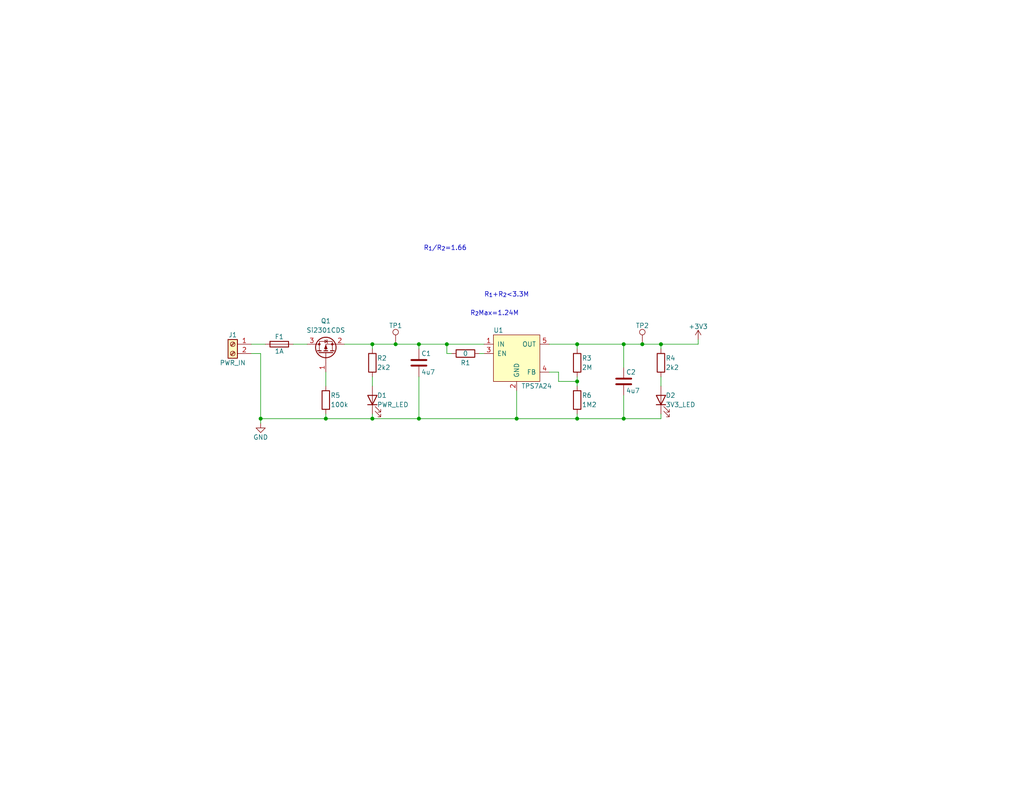
<source format=kicad_sch>
(kicad_sch (version 20211123) (generator eeschema)
  (paper "USLetter")
  (title_block (title "EFM32TG11-Core") (date "2022-02-18") (rev "A") (company "Project: EFM32TG11-Core") (comment 1 "Rev A: Initial Release"))
  (lib_symbols
    (symbol "Connector:Screw_Terminal_01x02" (pin_names (offset 1.016) hide)
      (property "Reference" "J" (at 0 2.54 0))
      (property "Value" "Screw_Terminal_01x02" (at 0 -5.08 0))
      (symbol "Screw_Terminal_01x02_1_1"
        (rectangle (start -1.27 1.27) (end 1.27 -3.81) (stroke (width 0.254)) (fill (type background)))
        (circle (center 0 -2.54) (radius 0.635) (stroke (width 0.1524)))
        (polyline (pts (xy -0.5334 -2.2098) (xy 0.3302 -3.048)) (stroke (width 0.1524)))
        (polyline (pts (xy -0.5334 0.3302) (xy 0.3302 -0.508)) (stroke (width 0.1524)))
        (polyline (pts (xy -0.3556 -2.032) (xy 0.508 -2.8702)) (stroke (width 0.1524)))
        (polyline (pts (xy -0.3556 0.508) (xy 0.508 -0.3302)) (stroke (width 0.1524)))
        (circle (center 0 0) (radius 0.635) (stroke (width 0.1524)))
        (pin passive line (at -5.08 0 0) (length 3.81) (name "Pin_1") (number "1"))
        (pin passive line (at -5.08 -2.54 0) (length 3.81) (name "Pin_2") (number "2"))
      )
    )
    (symbol "Connector:TestPoint" (pin_numbers hide) (pin_names (offset 0.762) hide)
      (property "Reference" "TP" (at 0 6.858 0))
      (property "Value" "TestPoint" (at 0 5.08 0))
      (symbol "TestPoint_0_1"
        (circle (center 0 3.302) (radius 0.762))
      )
      (symbol "TestPoint_1_1"
        (pin passive line (at 0 0 90) (length 2.54) (name "1") (number "1"))
      )
    )
    (symbol "Device:C" (pin_numbers hide) (pin_names (offset 0.254))
      (property "Reference" "C" (at 0.635 2.54 0))
      (property "Value" "C" (at 0.635 -2.54 0))
      (symbol "C_0_1"
        (polyline (pts (xy -2.032 -0.762) (xy 2.032 -0.762)) (stroke (width 0.508)))
        (polyline (pts (xy -2.032 0.762) (xy 2.032 0.762)) (stroke (width 0.508)))
      )
      (symbol "C_1_1"
        (pin passive line (at 0 3.81 270) (length 2.794) (name "~") (number "1"))
        (pin passive line (at 0 -3.81 90) (length 2.794) (name "~") (number "2"))
      )
    )
    (symbol "Device:Fuse" (pin_numbers hide) (pin_names (offset 0))
      (property "Reference" "F" (at 2.032 0 90))
      (property "Value" "Fuse" (at -1.905 0 90))
      (symbol "Fuse_0_1"
        (rectangle (start -0.762 -2.54) (end 0.762 2.54) (stroke (width 0.254)))
        (polyline (pts (xy 0 2.54) (xy 0 -2.54)))
      )
      (symbol "Fuse_1_1"
        (pin passive line (at 0 3.81 270) (length 1.27) (name "~") (number "1"))
        (pin passive line (at 0 -3.81 90) (length 1.27) (name "~") (number "2"))
      )
    )
    (symbol "Device:LED" (pin_numbers hide) (pin_names (offset 1.016) hide)
      (property "Reference" "D" (at 0 2.54 0))
      (property "Value" "LED" (at 0 -2.54 0))
      (symbol "LED_0_1"
        (polyline (pts (xy -1.27 -1.27) (xy -1.27 1.27)) (stroke (width 0.254)))
        (polyline (pts (xy -1.27 0) (xy 1.27 0)))
        (polyline (pts (xy 1.27 -1.27) (xy 1.27 1.27) (xy -1.27 0) (xy 1.27 -1.27)) (stroke (width 0.254)))
        (polyline (pts (xy -3.048 -0.762) (xy -4.572 -2.286) (xy -3.81 -2.286) (xy -4.572 -2.286) (xy -4.572 -1.524)))
        (polyline (pts (xy -1.778 -0.762) (xy -3.302 -2.286) (xy -2.54 -2.286) (xy -3.302 -2.286) (xy -3.302 -1.524)))
      )
      (symbol "LED_1_1"
        (pin passive line (at -3.81 0 0) (length 2.54) (name "K") (number "1"))
        (pin passive line (at 3.81 0 180) (length 2.54) (name "A") (number "2"))
      )
    )
    (symbol "Device:Q_PMOS_GSD" (pin_names (offset 0) hide)
      (property "Reference" "Q" (at 5.08 1.27 0))
      (property "Value" "Q_PMOS_GSD" (at 5.08 -1.27 0))
      (symbol "Q_PMOS_GSD_0_1"
        (polyline (pts (xy 0.254 0) (xy -2.54 0)))
        (polyline (pts (xy 0.254 1.905) (xy 0.254 -1.905)) (stroke (width 0.254)))
        (polyline (pts (xy 0.762 -1.27) (xy 0.762 -2.286)) (stroke (width 0.254)))
        (polyline (pts (xy 0.762 0.508) (xy 0.762 -0.508)) (stroke (width 0.254)))
        (polyline (pts (xy 0.762 2.286) (xy 0.762 1.27)) (stroke (width 0.254)))
        (polyline (pts (xy 2.54 2.54) (xy 2.54 1.778)))
        (polyline (pts (xy 2.54 -2.54) (xy 2.54 0) (xy 0.762 0)))
        (polyline (pts (xy 0.762 1.778) (xy 3.302 1.778) (xy 3.302 -1.778) (xy 0.762 -1.778)))
        (polyline (pts (xy 2.286 0) (xy 1.27 0.381) (xy 1.27 -0.381) (xy 2.286 0)) (fill (type outline)))
        (polyline (pts (xy 2.794 -0.508) (xy 2.921 -0.381) (xy 3.683 -0.381) (xy 3.81 -0.254)))
        (polyline (pts (xy 3.302 -0.381) (xy 2.921 0.254) (xy 3.683 0.254) (xy 3.302 -0.381)))
        (circle (center 1.651 0) (radius 2.794) (stroke (width 0.254)))
        (circle (center 2.54 -1.778) (radius 0.254) (fill (type outline)))
        (circle (center 2.54 1.778) (radius 0.254) (fill (type outline)))
      )
      (symbol "Q_PMOS_GSD_1_1"
        (pin input line (at -5.08 0 0) (length 2.54) (name "G") (number "1"))
        (pin passive line (at 2.54 -5.08 90) (length 2.54) (name "S") (number "2"))
        (pin passive line (at 2.54 5.08 270) (length 2.54) (name "D") (number "3"))
      )
    )
    (symbol "Device:R" (pin_numbers hide) (pin_names (offset 0))
      (property "Reference" "R" (at 2.032 0 90))
      (property "Value" "R" (at 0 0 90))
      (symbol "R_0_1"
        (rectangle (start -1.016 -2.54) (end 1.016 2.54) (stroke (width 0.254)))
      )
      (symbol "R_1_1"
        (pin passive line (at 0 3.81 270) (length 1.27) (name "~") (number "1"))
        (pin passive line (at 0 -3.81 90) (length 1.27) (name "~") (number "2"))
      )
    )
    (symbol "Regulator_Linear_NS:TPS7A24" (pin_names (offset 1.016))
      (property "Reference" "U" (at -6.35 13.97 0))
      (property "Value" "TPS7A24" (at 1.27 -1.27 0))
      (symbol "TPS7A24_0_1"
        (rectangle (start -6.35 12.7) (end 6.35 0) (fill (type background)))
      )
      (symbol "TPS7A24_1_1"
        (pin power_in line (at -8.89 10.16 0) (length 2.54) (name "IN") (number "1"))
        (pin passive line (at 0 -2.54 90) (length 2.54) (name "GND") (number "2"))
        (pin passive line (at -8.89 7.62 0) (length 2.54) (name "EN") (number "3"))
        (pin passive line (at 8.89 2.54 180) (length 2.54) (name "FB") (number "4"))
        (pin power_out line (at 8.89 10.16 180) (length 2.54) (name "OUT") (number "5"))
      )
    )
    (symbol "power:+3V3" (power) (pin_names (offset 0))
      (property "Value" "+3V3" (at 0 3.556 0))
      (symbol "+3V3_0_1"
        (polyline (pts (xy -0.762 1.27) (xy 0 2.54)))
        (polyline (pts (xy 0 0) (xy 0 2.54)))
        (polyline (pts (xy 0 2.54) (xy 0.762 1.27)))
      )
      (symbol "+3V3_1_1"
        (pin power_in line (at 0 0 90) (length 0) hide (name "+3V3") (number "1"))
      )
    )
    (symbol "power:GND" (power) (pin_names (offset 0))
      (property "Value" "GND" (at 0 -3.81 0))
      (symbol "GND_0_1"
        (polyline (pts (xy 0 0) (xy 0 -1.27) (xy 1.27 -1.27) (xy 0 -2.54) (xy -1.27 -1.27) (xy 0 -1.27)))
      )
      (symbol "GND_1_1"
        (pin power_in line (at 0 0 270) (length 0) hide (name "GND") (number "1"))
      )
    )
  )
  (junction (at 157.48 114.3))
  (junction (at 114.3 114.3))
  (junction (at 121.92 93.98))
  (junction (at 157.48 93.98))
  (junction (at 175.26 93.98))
  (junction (at 170.18 114.3))
  (junction (at 107.95 93.98))
  (junction (at 114.3 93.98))
  (junction (at 101.6 93.98))
  (junction (at 170.18 93.98))
  (junction (at 180.34 93.98))
  (junction (at 157.48 104.14))
  (junction (at 88.9 114.3))
  (junction (at 140.97 114.3))
  (junction (at 71.12 114.3))
  (junction (at 101.6 114.3))
  (wire (pts (xy 101.6 93.98) (xy 107.95 93.98)))
  (wire (pts (xy 180.34 93.98) (xy 190.5 93.98)))
  (wire (pts (xy 68.58 96.52) (xy 71.12 96.52)))
  (wire (pts (xy 157.48 93.98) (xy 170.18 93.98)))
  (wire (pts (xy 68.58 93.98) (xy 72.39 93.98)))
  (wire (pts (xy 180.34 102.87) (xy 180.34 105.41)))
  (wire (pts (xy 107.95 93.98) (xy 114.3 93.98)))
  (wire (pts (xy 114.3 93.98) (xy 114.3 95.25)))
  (wire (pts (xy 114.3 102.87) (xy 114.3 114.3)))
  (wire (pts (xy 71.12 114.3) (xy 71.12 115.57)))
  (wire (pts (xy 121.92 96.52) (xy 123.19 96.52)))
  (wire (pts (xy 190.5 92.71) (xy 190.5 93.98)))
  (wire (pts (xy 71.12 96.52) (xy 71.12 114.3)))
  (wire (pts (xy 93.98 93.98) (xy 101.6 93.98)))
  (wire (pts (xy 80.01 93.98) (xy 83.82 93.98)))
  (wire (pts (xy 157.48 113.03) (xy 157.48 114.3)))
  (wire (pts (xy 88.9 101.6) (xy 88.9 105.41)))
  (wire (pts (xy 121.92 93.98) (xy 121.92 96.52)))
  (wire (pts (xy 180.34 93.98) (xy 180.34 95.25)))
  (wire (pts (xy 71.12 114.3) (xy 88.9 114.3)))
  (wire (pts (xy 170.18 114.3) (xy 180.34 114.3)))
  (wire (pts (xy 130.81 96.52) (xy 132.08 96.52)))
  (wire (pts (xy 157.48 114.3) (xy 140.97 114.3)))
  (wire (pts (xy 157.48 102.87) (xy 157.48 104.14)))
  (wire (pts (xy 101.6 93.98) (xy 101.6 95.25)))
  (wire (pts (xy 114.3 93.98) (xy 121.92 93.98)))
  (wire (pts (xy 175.26 93.98) (xy 180.34 93.98)))
  (wire (pts (xy 152.4 101.6) (xy 152.4 104.14)))
  (wire (pts (xy 170.18 107.95) (xy 170.18 114.3)))
  (wire (pts (xy 180.34 113.03) (xy 180.34 114.3)))
  (wire (pts (xy 149.86 101.6) (xy 152.4 101.6)))
  (wire (pts (xy 140.97 106.68) (xy 140.97 114.3)))
  (wire (pts (xy 170.18 114.3) (xy 157.48 114.3)))
  (wire (pts (xy 121.92 93.98) (xy 132.08 93.98)))
  (wire (pts (xy 157.48 104.14) (xy 157.48 105.41)))
  (wire (pts (xy 114.3 114.3) (xy 101.6 114.3)))
  (wire (pts (xy 101.6 102.87) (xy 101.6 105.41)))
  (wire (pts (xy 88.9 113.03) (xy 88.9 114.3)))
  (wire (pts (xy 140.97 114.3) (xy 114.3 114.3)))
  (wire (pts (xy 170.18 93.98) (xy 170.18 100.33)))
  (wire (pts (xy 101.6 113.03) (xy 101.6 114.3)))
  (wire (pts (xy 101.6 114.3) (xy 88.9 114.3)))
  (wire (pts (xy 170.18 93.98) (xy 175.26 93.98)))
  (wire (pts (xy 152.4 104.14) (xy 157.48 104.14)))
  (wire (pts (xy 149.86 93.98) (xy 157.48 93.98)))
  (wire (pts (xy 157.48 93.98) (xy 157.48 95.25)))
  (text "R_{2}Max=1.24M" (at 128.27 86.36 0) (effects (font (size 1.27 1.27)) (justify left bottom)))
  (text "R_{1}/R_{2}=1.66" (at 115.57 68.58 0) (effects (font (size 1.27 1.27)) (justify left bottom)))
  (text "R_{1}+R_{2}<3.3M" (at 132.08 81.28 0) (effects (font (size 1.27 1.27)) (justify left bottom)))
  (symbol (lib_id "Connector:TestPoint") (at 107.95 93.98 0) (unit 1)
    (property "Reference" "TP1" (at 107.95 88.9 0))
    (property "Value" "TestPoint" (effects hide))
    (property "Footprint" "TestPoint:TestPoint_Pad_D1.0mm" (effects hide))
  )
  (symbol (lib_id "Device:LED") (at 101.6 109.22 90) (unit 1)
    (property "Reference" "D1" (at 102.87 107.95 90) (effects (justify right)))
    (property "Value" "PWR_LED" (at 102.87 110.49 90) (effects (justify right)))
    (property "Footprint" "Diode_SMD:D_0603_1608Metric_Pad1.05x0.95mm_HandSolder" (effects hide))
    (property "PartsBox PN" "LTST-C191KRKT" (effects hide))
  )
  (symbol (lib_id "Device:C") (at 170.18 104.14 0) (unit 1)
    (property "Reference" "C2" (at 170.815 101.6 0) (effects (justify left)))
    (property "Value" "4u7" (at 170.815 106.68 0) (effects (justify left)))
    (property "Footprint" "Capacitor_SMD:C_0805_2012Metric" (effects hide))
    (property "PartsBox PN" "CAP-0805-4u7-X7R-25V" (effects hide))
  )
  (symbol (lib_id "Device:Fuse") (at 76.2 93.98 90) (unit 1)
    (property "Reference" "F1" (at 76.2 91.948 90))
    (property "Value" "1A" (at 76.2 95.885 90))
    (property "Footprint" "Fuse:Fuse_0603_1608Metric" (effects hide))
    (property "PartsBox PN" "0686F1000-01" (effects hide))
  )
  (symbol (lib_id "Regulator_Linear_NS:TPS7A24") (at 140.97 104.14 0) (unit 1)
    (property "Reference" "U1" (at 134.62 90.17 0) (effects (justify left)))
    (property "Value" "TPS7A24" (at 142.24 105.41 0) (effects (justify left)))
    (property "Footprint" "Package_TO_SOT_SMD:SOT-23-5" (effects hide))
    (property "Datasheet" "https://www.ti.com/lit/ds/symlink/tps7a24.pdf?ts=1644276437533" (effects hide))
    (property "PartsBox PN" "TPS7A2401DBVR" (effects hide))
  )
  (symbol (lib_id "Device:R") (at 127 96.52 90) (unit 1)
    (property "Reference" "R1" (at 127 99.06 90))
    (property "Value" "0" (at 127 96.52 90))
    (property "Footprint" "Resistor_SMD:R_0603_1608Metric" (effects hide))
    (property "PartsBox PN" "RES-0603-0R-0.1W" (effects hide))
  )
  (symbol (lib_id "Connector:Screw_Terminal_01x02") (at 63.5 93.98 0) (mirror y) (unit 1)
    (property "Reference" "J1" (at 63.5 91.44 0))
    (property "Value" "PWR_IN" (at 63.5 99.06 0))
    (property "Footprint" "TerminalBlock_Phoenix:TerminalBlock_Phoenix_PT-1,5-2-3.5-H_1x02_P3.50mm_Horizontal" (effects hide))
    (property "PartsBox PN" "1984617" (effects hide))
  )
  (symbol (lib_id "Device:Q_PMOS_GSD") (at 88.9 96.52 90) (unit 1)
    (property "Reference" "Q1" (at 88.9 87.63 90))
    (property "Value" "Si2301CDS" (at 88.9 90.17 90))
    (property "Footprint" "Package_TO_SOT_SMD:SOT-23" (effects hide))
    (property "Datasheet" "https://www.vishay.com/docs/68741/si2301cd.pdf" (effects hide))
    (property "PartsBox PN" "SI2301CDS-T1-GE3" (effects hide))
  )
  (symbol (lib_id "Device:R") (at 157.48 109.22 0) (unit 1)
    (property "Reference" "R6" (at 158.75 107.95 0) (effects (justify left)))
    (property "Value" "1M2" (at 158.75 110.49 0) (effects (justify left)))
    (property "Footprint" "Resistor_SMD:R_0603_1608Metric" (effects hide))
    (property "PartsBox PN" "RES-0603-1M2-0.1W" (effects hide))
  )
  (symbol (lib_id "Device:R") (at 180.34 99.06 0) (unit 1)
    (property "Reference" "R4" (at 181.61 97.79 0) (effects (justify left)))
    (property "Value" "2k2" (at 181.61 100.33 0) (effects (justify left)))
    (property "Footprint" "Resistor_SMD:R_0603_1608Metric" (effects hide))
    (property "PartsBox PN" "RES-0603-2k2-0.1W" (effects hide))
  )
  (symbol (lib_id "Device:R") (at 88.9 109.22 0) (unit 1)
    (property "Reference" "R5" (at 90.17 107.95 0) (effects (justify left)))
    (property "Value" "100k" (at 90.17 110.49 0) (effects (justify left)))
    (property "Footprint" "Resistor_SMD:R_0603_1608Metric" (effects hide))
    (property "PartsBox PN" "RES-0603-100k-0.1W" (effects hide))
  )
  (symbol (lib_id "Device:R") (at 101.6 99.06 0) (unit 1)
    (property "Reference" "R2" (at 102.87 97.79 0) (effects (justify left)))
    (property "Value" "2k2" (at 102.87 100.33 0) (effects (justify left)))
    (property "Footprint" "Resistor_SMD:R_0603_1608Metric" (effects hide))
    (property "PartsBox PN" "RES-0603-2k2-0.1W" (effects hide))
  )
  (symbol (lib_id "Device:R") (at 157.48 99.06 0) (unit 1)
    (property "Reference" "R3" (at 158.75 97.79 0) (effects (justify left)))
    (property "Value" "2M" (at 158.75 100.33 0) (effects (justify left)))
    (property "Footprint" "Resistor_SMD:R_0603_1608Metric" (effects hide))
    (property "PartsBox PN" "RES-0603-2M-0.1W" (effects hide))
  )
  (symbol (lib_id "Connector:TestPoint") (at 175.26 93.98 0) (unit 1)
    (property "Reference" "TP2" (at 175.26 88.9 0))
    (property "Value" "TestPoint" (effects hide))
    (property "Footprint" "TestPoint:TestPoint_Pad_D1.0mm" (effects hide))
  )
  (symbol (lib_id "power:+3V3") (at 190.5 92.71 0) (unit 1)
    (property "Reference" "#PWR0102" (effects hide))
    (property "Value" "+3V3" (at 190.5 89.154 0))
  )
  (symbol (lib_id "Device:C") (at 114.3 99.06 0) (unit 1)
    (property "Reference" "C1" (at 114.935 96.52 0) (effects (justify left)))
    (property "Value" "4u7" (at 114.935 101.6 0) (effects (justify left)))
    (property "Footprint" "Capacitor_SMD:C_0805_2012Metric" (effects hide))
    (property "PartsBox PN" "CAP-0805-4u7-X7R-25V" (effects hide))
  )
  (symbol (lib_id "Device:LED") (at 180.34 109.22 90) (unit 1)
    (property "Reference" "D2" (at 181.61 107.95 90) (effects (justify right)))
    (property "Value" "3V3_LED" (at 181.61 110.49 90) (effects (justify right)))
    (property "Footprint" "Diode_SMD:D_0603_1608Metric_Pad1.05x0.95mm_HandSolder" (effects hide))
    (property "PartsBox PN" "LTST-C191KRKT" (effects hide))
  )
  (symbol (lib_id "power:GND") (at 71.12 115.57 0) (unit 1)
    (property "Reference" "#PWR0101" (effects hide))
    (property "Value" "GND" (at 71.12 119.38 0))
  )
)
</source>
